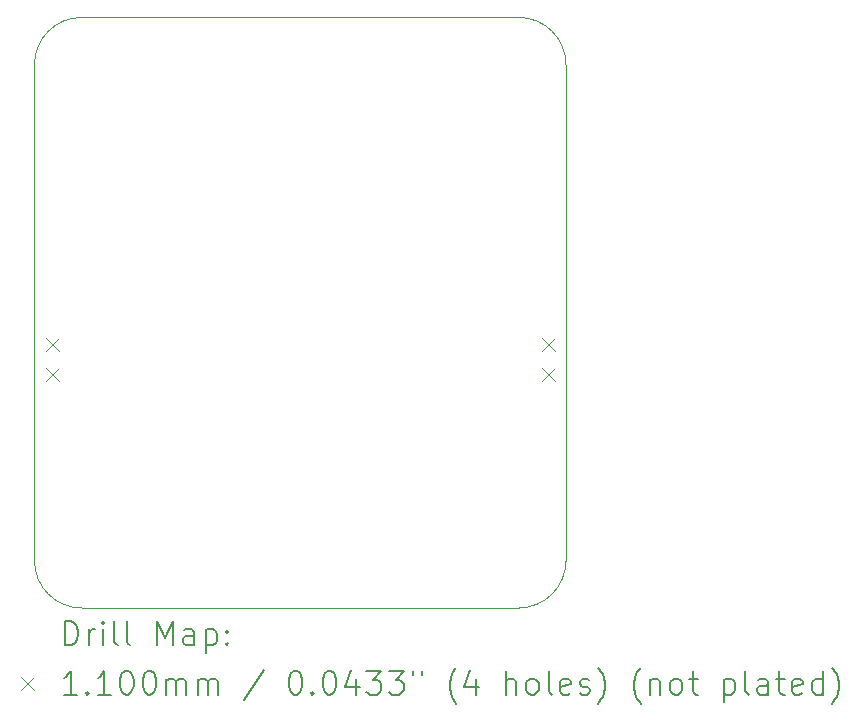
<source format=gbr>
%TF.GenerationSoftware,KiCad,Pcbnew,9.0.4*%
%TF.CreationDate,2026-01-25T08:22:21+01:00*%
%TF.ProjectId,VQFN_Training_Lab,5651464e-5f54-4726-9169-6e696e675f4c,1.0*%
%TF.SameCoordinates,PX7270e00PY7270e00*%
%TF.FileFunction,Drillmap*%
%TF.FilePolarity,Positive*%
%FSLAX45Y45*%
G04 Gerber Fmt 4.5, Leading zero omitted, Abs format (unit mm)*
G04 Created by KiCad (PCBNEW 9.0.4) date 2026-01-25 08:22:21*
%MOMM*%
%LPD*%
G01*
G04 APERTURE LIST*
%ADD10C,0.050000*%
%ADD11C,0.200000*%
%ADD12C,0.110000*%
G04 APERTURE END LIST*
D10*
X0Y400000D02*
X0Y4600000D01*
X4100000Y0D02*
X400000Y0D01*
X0Y4600000D02*
G75*
G02*
X400000Y5000000I400000J0D01*
G01*
X4100000Y5000000D02*
X400000Y5000000D01*
X4500000Y4600000D02*
X4500000Y400000D01*
X400000Y0D02*
G75*
G02*
X0Y400000I0J400000D01*
G01*
X4500000Y400000D02*
G75*
G02*
X4100000Y0I-400000J0D01*
G01*
X4100000Y5000000D02*
G75*
G02*
X4500000Y4600000I0J-400000D01*
G01*
D11*
D12*
X95000Y2288000D02*
X205000Y2178000D01*
X205000Y2288000D02*
X95000Y2178000D01*
X95000Y2034000D02*
X205000Y1924000D01*
X205000Y2034000D02*
X95000Y1924000D01*
X4295000Y2285000D02*
X4405000Y2175000D01*
X4405000Y2285000D02*
X4295000Y2175000D01*
X4295000Y2031000D02*
X4405000Y1921000D01*
X4405000Y2031000D02*
X4295000Y1921000D01*
D11*
X258277Y-313984D02*
X258277Y-113984D01*
X258277Y-113984D02*
X305896Y-113984D01*
X305896Y-113984D02*
X334467Y-123508D01*
X334467Y-123508D02*
X353515Y-142555D01*
X353515Y-142555D02*
X363039Y-161603D01*
X363039Y-161603D02*
X372562Y-199698D01*
X372562Y-199698D02*
X372562Y-228269D01*
X372562Y-228269D02*
X363039Y-266365D01*
X363039Y-266365D02*
X353515Y-285412D01*
X353515Y-285412D02*
X334467Y-304460D01*
X334467Y-304460D02*
X305896Y-313984D01*
X305896Y-313984D02*
X258277Y-313984D01*
X458277Y-313984D02*
X458277Y-180650D01*
X458277Y-218746D02*
X467801Y-199698D01*
X467801Y-199698D02*
X477324Y-190174D01*
X477324Y-190174D02*
X496372Y-180650D01*
X496372Y-180650D02*
X515420Y-180650D01*
X582086Y-313984D02*
X582086Y-180650D01*
X582086Y-113984D02*
X572563Y-123508D01*
X572563Y-123508D02*
X582086Y-133031D01*
X582086Y-133031D02*
X591610Y-123508D01*
X591610Y-123508D02*
X582086Y-113984D01*
X582086Y-113984D02*
X582086Y-133031D01*
X705896Y-313984D02*
X686848Y-304460D01*
X686848Y-304460D02*
X677324Y-285412D01*
X677324Y-285412D02*
X677324Y-113984D01*
X810658Y-313984D02*
X791610Y-304460D01*
X791610Y-304460D02*
X782086Y-285412D01*
X782086Y-285412D02*
X782086Y-113984D01*
X1039229Y-313984D02*
X1039229Y-113984D01*
X1039229Y-113984D02*
X1105896Y-256841D01*
X1105896Y-256841D02*
X1172563Y-113984D01*
X1172563Y-113984D02*
X1172563Y-313984D01*
X1353515Y-313984D02*
X1353515Y-209222D01*
X1353515Y-209222D02*
X1343991Y-190174D01*
X1343991Y-190174D02*
X1324944Y-180650D01*
X1324944Y-180650D02*
X1286848Y-180650D01*
X1286848Y-180650D02*
X1267801Y-190174D01*
X1353515Y-304460D02*
X1334467Y-313984D01*
X1334467Y-313984D02*
X1286848Y-313984D01*
X1286848Y-313984D02*
X1267801Y-304460D01*
X1267801Y-304460D02*
X1258277Y-285412D01*
X1258277Y-285412D02*
X1258277Y-266365D01*
X1258277Y-266365D02*
X1267801Y-247317D01*
X1267801Y-247317D02*
X1286848Y-237793D01*
X1286848Y-237793D02*
X1334467Y-237793D01*
X1334467Y-237793D02*
X1353515Y-228269D01*
X1448753Y-180650D02*
X1448753Y-380650D01*
X1448753Y-190174D02*
X1467801Y-180650D01*
X1467801Y-180650D02*
X1505896Y-180650D01*
X1505896Y-180650D02*
X1524943Y-190174D01*
X1524943Y-190174D02*
X1534467Y-199698D01*
X1534467Y-199698D02*
X1543991Y-218746D01*
X1543991Y-218746D02*
X1543991Y-275889D01*
X1543991Y-275889D02*
X1534467Y-294936D01*
X1534467Y-294936D02*
X1524943Y-304460D01*
X1524943Y-304460D02*
X1505896Y-313984D01*
X1505896Y-313984D02*
X1467801Y-313984D01*
X1467801Y-313984D02*
X1448753Y-304460D01*
X1629705Y-294936D02*
X1639229Y-304460D01*
X1639229Y-304460D02*
X1629705Y-313984D01*
X1629705Y-313984D02*
X1620182Y-304460D01*
X1620182Y-304460D02*
X1629705Y-294936D01*
X1629705Y-294936D02*
X1629705Y-313984D01*
X1629705Y-190174D02*
X1639229Y-199698D01*
X1639229Y-199698D02*
X1629705Y-209222D01*
X1629705Y-209222D02*
X1620182Y-199698D01*
X1620182Y-199698D02*
X1629705Y-190174D01*
X1629705Y-190174D02*
X1629705Y-209222D01*
D12*
X-112500Y-587500D02*
X-2500Y-697500D01*
X-2500Y-587500D02*
X-112500Y-697500D01*
D11*
X363039Y-733984D02*
X248753Y-733984D01*
X305896Y-733984D02*
X305896Y-533984D01*
X305896Y-533984D02*
X286848Y-562555D01*
X286848Y-562555D02*
X267801Y-581603D01*
X267801Y-581603D02*
X248753Y-591127D01*
X448753Y-714936D02*
X458277Y-724460D01*
X458277Y-724460D02*
X448753Y-733984D01*
X448753Y-733984D02*
X439229Y-724460D01*
X439229Y-724460D02*
X448753Y-714936D01*
X448753Y-714936D02*
X448753Y-733984D01*
X648753Y-733984D02*
X534467Y-733984D01*
X591610Y-733984D02*
X591610Y-533984D01*
X591610Y-533984D02*
X572563Y-562555D01*
X572563Y-562555D02*
X553515Y-581603D01*
X553515Y-581603D02*
X534467Y-591127D01*
X772562Y-533984D02*
X791610Y-533984D01*
X791610Y-533984D02*
X810658Y-543508D01*
X810658Y-543508D02*
X820182Y-553031D01*
X820182Y-553031D02*
X829705Y-572079D01*
X829705Y-572079D02*
X839229Y-610174D01*
X839229Y-610174D02*
X839229Y-657793D01*
X839229Y-657793D02*
X829705Y-695889D01*
X829705Y-695889D02*
X820182Y-714936D01*
X820182Y-714936D02*
X810658Y-724460D01*
X810658Y-724460D02*
X791610Y-733984D01*
X791610Y-733984D02*
X772562Y-733984D01*
X772562Y-733984D02*
X753515Y-724460D01*
X753515Y-724460D02*
X743991Y-714936D01*
X743991Y-714936D02*
X734467Y-695889D01*
X734467Y-695889D02*
X724943Y-657793D01*
X724943Y-657793D02*
X724943Y-610174D01*
X724943Y-610174D02*
X734467Y-572079D01*
X734467Y-572079D02*
X743991Y-553031D01*
X743991Y-553031D02*
X753515Y-543508D01*
X753515Y-543508D02*
X772562Y-533984D01*
X963039Y-533984D02*
X982086Y-533984D01*
X982086Y-533984D02*
X1001134Y-543508D01*
X1001134Y-543508D02*
X1010658Y-553031D01*
X1010658Y-553031D02*
X1020182Y-572079D01*
X1020182Y-572079D02*
X1029705Y-610174D01*
X1029705Y-610174D02*
X1029705Y-657793D01*
X1029705Y-657793D02*
X1020182Y-695889D01*
X1020182Y-695889D02*
X1010658Y-714936D01*
X1010658Y-714936D02*
X1001134Y-724460D01*
X1001134Y-724460D02*
X982086Y-733984D01*
X982086Y-733984D02*
X963039Y-733984D01*
X963039Y-733984D02*
X943991Y-724460D01*
X943991Y-724460D02*
X934467Y-714936D01*
X934467Y-714936D02*
X924943Y-695889D01*
X924943Y-695889D02*
X915420Y-657793D01*
X915420Y-657793D02*
X915420Y-610174D01*
X915420Y-610174D02*
X924943Y-572079D01*
X924943Y-572079D02*
X934467Y-553031D01*
X934467Y-553031D02*
X943991Y-543508D01*
X943991Y-543508D02*
X963039Y-533984D01*
X1115420Y-733984D02*
X1115420Y-600650D01*
X1115420Y-619698D02*
X1124944Y-610174D01*
X1124944Y-610174D02*
X1143991Y-600650D01*
X1143991Y-600650D02*
X1172563Y-600650D01*
X1172563Y-600650D02*
X1191610Y-610174D01*
X1191610Y-610174D02*
X1201134Y-629222D01*
X1201134Y-629222D02*
X1201134Y-733984D01*
X1201134Y-629222D02*
X1210658Y-610174D01*
X1210658Y-610174D02*
X1229705Y-600650D01*
X1229705Y-600650D02*
X1258277Y-600650D01*
X1258277Y-600650D02*
X1277325Y-610174D01*
X1277325Y-610174D02*
X1286848Y-629222D01*
X1286848Y-629222D02*
X1286848Y-733984D01*
X1382086Y-733984D02*
X1382086Y-600650D01*
X1382086Y-619698D02*
X1391610Y-610174D01*
X1391610Y-610174D02*
X1410658Y-600650D01*
X1410658Y-600650D02*
X1439229Y-600650D01*
X1439229Y-600650D02*
X1458277Y-610174D01*
X1458277Y-610174D02*
X1467801Y-629222D01*
X1467801Y-629222D02*
X1467801Y-733984D01*
X1467801Y-629222D02*
X1477324Y-610174D01*
X1477324Y-610174D02*
X1496372Y-600650D01*
X1496372Y-600650D02*
X1524943Y-600650D01*
X1524943Y-600650D02*
X1543991Y-610174D01*
X1543991Y-610174D02*
X1553515Y-629222D01*
X1553515Y-629222D02*
X1553515Y-733984D01*
X1943991Y-524460D02*
X1772563Y-781603D01*
X2201134Y-533984D02*
X2220182Y-533984D01*
X2220182Y-533984D02*
X2239229Y-543508D01*
X2239229Y-543508D02*
X2248753Y-553031D01*
X2248753Y-553031D02*
X2258277Y-572079D01*
X2258277Y-572079D02*
X2267801Y-610174D01*
X2267801Y-610174D02*
X2267801Y-657793D01*
X2267801Y-657793D02*
X2258277Y-695889D01*
X2258277Y-695889D02*
X2248753Y-714936D01*
X2248753Y-714936D02*
X2239229Y-724460D01*
X2239229Y-724460D02*
X2220182Y-733984D01*
X2220182Y-733984D02*
X2201134Y-733984D01*
X2201134Y-733984D02*
X2182087Y-724460D01*
X2182087Y-724460D02*
X2172563Y-714936D01*
X2172563Y-714936D02*
X2163039Y-695889D01*
X2163039Y-695889D02*
X2153515Y-657793D01*
X2153515Y-657793D02*
X2153515Y-610174D01*
X2153515Y-610174D02*
X2163039Y-572079D01*
X2163039Y-572079D02*
X2172563Y-553031D01*
X2172563Y-553031D02*
X2182087Y-543508D01*
X2182087Y-543508D02*
X2201134Y-533984D01*
X2353515Y-714936D02*
X2363039Y-724460D01*
X2363039Y-724460D02*
X2353515Y-733984D01*
X2353515Y-733984D02*
X2343991Y-724460D01*
X2343991Y-724460D02*
X2353515Y-714936D01*
X2353515Y-714936D02*
X2353515Y-733984D01*
X2486848Y-533984D02*
X2505896Y-533984D01*
X2505896Y-533984D02*
X2524944Y-543508D01*
X2524944Y-543508D02*
X2534468Y-553031D01*
X2534468Y-553031D02*
X2543991Y-572079D01*
X2543991Y-572079D02*
X2553515Y-610174D01*
X2553515Y-610174D02*
X2553515Y-657793D01*
X2553515Y-657793D02*
X2543991Y-695889D01*
X2543991Y-695889D02*
X2534468Y-714936D01*
X2534468Y-714936D02*
X2524944Y-724460D01*
X2524944Y-724460D02*
X2505896Y-733984D01*
X2505896Y-733984D02*
X2486848Y-733984D01*
X2486848Y-733984D02*
X2467801Y-724460D01*
X2467801Y-724460D02*
X2458277Y-714936D01*
X2458277Y-714936D02*
X2448753Y-695889D01*
X2448753Y-695889D02*
X2439229Y-657793D01*
X2439229Y-657793D02*
X2439229Y-610174D01*
X2439229Y-610174D02*
X2448753Y-572079D01*
X2448753Y-572079D02*
X2458277Y-553031D01*
X2458277Y-553031D02*
X2467801Y-543508D01*
X2467801Y-543508D02*
X2486848Y-533984D01*
X2724944Y-600650D02*
X2724944Y-733984D01*
X2677325Y-524460D02*
X2629706Y-667317D01*
X2629706Y-667317D02*
X2753515Y-667317D01*
X2810658Y-533984D02*
X2934467Y-533984D01*
X2934467Y-533984D02*
X2867801Y-610174D01*
X2867801Y-610174D02*
X2896372Y-610174D01*
X2896372Y-610174D02*
X2915420Y-619698D01*
X2915420Y-619698D02*
X2924944Y-629222D01*
X2924944Y-629222D02*
X2934467Y-648270D01*
X2934467Y-648270D02*
X2934467Y-695889D01*
X2934467Y-695889D02*
X2924944Y-714936D01*
X2924944Y-714936D02*
X2915420Y-724460D01*
X2915420Y-724460D02*
X2896372Y-733984D01*
X2896372Y-733984D02*
X2839229Y-733984D01*
X2839229Y-733984D02*
X2820182Y-724460D01*
X2820182Y-724460D02*
X2810658Y-714936D01*
X3001134Y-533984D02*
X3124944Y-533984D01*
X3124944Y-533984D02*
X3058277Y-610174D01*
X3058277Y-610174D02*
X3086848Y-610174D01*
X3086848Y-610174D02*
X3105896Y-619698D01*
X3105896Y-619698D02*
X3115420Y-629222D01*
X3115420Y-629222D02*
X3124944Y-648270D01*
X3124944Y-648270D02*
X3124944Y-695889D01*
X3124944Y-695889D02*
X3115420Y-714936D01*
X3115420Y-714936D02*
X3105896Y-724460D01*
X3105896Y-724460D02*
X3086848Y-733984D01*
X3086848Y-733984D02*
X3029706Y-733984D01*
X3029706Y-733984D02*
X3010658Y-724460D01*
X3010658Y-724460D02*
X3001134Y-714936D01*
X3201134Y-533984D02*
X3201134Y-572079D01*
X3277325Y-533984D02*
X3277325Y-572079D01*
X3572563Y-810174D02*
X3563039Y-800650D01*
X3563039Y-800650D02*
X3543991Y-772079D01*
X3543991Y-772079D02*
X3534468Y-753031D01*
X3534468Y-753031D02*
X3524944Y-724460D01*
X3524944Y-724460D02*
X3515420Y-676841D01*
X3515420Y-676841D02*
X3515420Y-638746D01*
X3515420Y-638746D02*
X3524944Y-591127D01*
X3524944Y-591127D02*
X3534468Y-562555D01*
X3534468Y-562555D02*
X3543991Y-543508D01*
X3543991Y-543508D02*
X3563039Y-514936D01*
X3563039Y-514936D02*
X3572563Y-505412D01*
X3734468Y-600650D02*
X3734468Y-733984D01*
X3686848Y-524460D02*
X3639229Y-667317D01*
X3639229Y-667317D02*
X3763039Y-667317D01*
X3991610Y-733984D02*
X3991610Y-533984D01*
X4077325Y-733984D02*
X4077325Y-629222D01*
X4077325Y-629222D02*
X4067801Y-610174D01*
X4067801Y-610174D02*
X4048753Y-600650D01*
X4048753Y-600650D02*
X4020182Y-600650D01*
X4020182Y-600650D02*
X4001134Y-610174D01*
X4001134Y-610174D02*
X3991610Y-619698D01*
X4201134Y-733984D02*
X4182087Y-724460D01*
X4182087Y-724460D02*
X4172563Y-714936D01*
X4172563Y-714936D02*
X4163039Y-695889D01*
X4163039Y-695889D02*
X4163039Y-638746D01*
X4163039Y-638746D02*
X4172563Y-619698D01*
X4172563Y-619698D02*
X4182087Y-610174D01*
X4182087Y-610174D02*
X4201134Y-600650D01*
X4201134Y-600650D02*
X4229706Y-600650D01*
X4229706Y-600650D02*
X4248753Y-610174D01*
X4248753Y-610174D02*
X4258277Y-619698D01*
X4258277Y-619698D02*
X4267801Y-638746D01*
X4267801Y-638746D02*
X4267801Y-695889D01*
X4267801Y-695889D02*
X4258277Y-714936D01*
X4258277Y-714936D02*
X4248753Y-724460D01*
X4248753Y-724460D02*
X4229706Y-733984D01*
X4229706Y-733984D02*
X4201134Y-733984D01*
X4382087Y-733984D02*
X4363039Y-724460D01*
X4363039Y-724460D02*
X4353515Y-705412D01*
X4353515Y-705412D02*
X4353515Y-533984D01*
X4534468Y-724460D02*
X4515420Y-733984D01*
X4515420Y-733984D02*
X4477325Y-733984D01*
X4477325Y-733984D02*
X4458277Y-724460D01*
X4458277Y-724460D02*
X4448753Y-705412D01*
X4448753Y-705412D02*
X4448753Y-629222D01*
X4448753Y-629222D02*
X4458277Y-610174D01*
X4458277Y-610174D02*
X4477325Y-600650D01*
X4477325Y-600650D02*
X4515420Y-600650D01*
X4515420Y-600650D02*
X4534468Y-610174D01*
X4534468Y-610174D02*
X4543992Y-629222D01*
X4543992Y-629222D02*
X4543992Y-648270D01*
X4543992Y-648270D02*
X4448753Y-667317D01*
X4620182Y-724460D02*
X4639230Y-733984D01*
X4639230Y-733984D02*
X4677325Y-733984D01*
X4677325Y-733984D02*
X4696373Y-724460D01*
X4696373Y-724460D02*
X4705896Y-705412D01*
X4705896Y-705412D02*
X4705896Y-695889D01*
X4705896Y-695889D02*
X4696373Y-676841D01*
X4696373Y-676841D02*
X4677325Y-667317D01*
X4677325Y-667317D02*
X4648753Y-667317D01*
X4648753Y-667317D02*
X4629706Y-657793D01*
X4629706Y-657793D02*
X4620182Y-638746D01*
X4620182Y-638746D02*
X4620182Y-629222D01*
X4620182Y-629222D02*
X4629706Y-610174D01*
X4629706Y-610174D02*
X4648753Y-600650D01*
X4648753Y-600650D02*
X4677325Y-600650D01*
X4677325Y-600650D02*
X4696373Y-610174D01*
X4772563Y-810174D02*
X4782087Y-800650D01*
X4782087Y-800650D02*
X4801134Y-772079D01*
X4801134Y-772079D02*
X4810658Y-753031D01*
X4810658Y-753031D02*
X4820182Y-724460D01*
X4820182Y-724460D02*
X4829706Y-676841D01*
X4829706Y-676841D02*
X4829706Y-638746D01*
X4829706Y-638746D02*
X4820182Y-591127D01*
X4820182Y-591127D02*
X4810658Y-562555D01*
X4810658Y-562555D02*
X4801134Y-543508D01*
X4801134Y-543508D02*
X4782087Y-514936D01*
X4782087Y-514936D02*
X4772563Y-505412D01*
X5134468Y-810174D02*
X5124944Y-800650D01*
X5124944Y-800650D02*
X5105896Y-772079D01*
X5105896Y-772079D02*
X5096373Y-753031D01*
X5096373Y-753031D02*
X5086849Y-724460D01*
X5086849Y-724460D02*
X5077325Y-676841D01*
X5077325Y-676841D02*
X5077325Y-638746D01*
X5077325Y-638746D02*
X5086849Y-591127D01*
X5086849Y-591127D02*
X5096373Y-562555D01*
X5096373Y-562555D02*
X5105896Y-543508D01*
X5105896Y-543508D02*
X5124944Y-514936D01*
X5124944Y-514936D02*
X5134468Y-505412D01*
X5210658Y-600650D02*
X5210658Y-733984D01*
X5210658Y-619698D02*
X5220182Y-610174D01*
X5220182Y-610174D02*
X5239230Y-600650D01*
X5239230Y-600650D02*
X5267801Y-600650D01*
X5267801Y-600650D02*
X5286849Y-610174D01*
X5286849Y-610174D02*
X5296373Y-629222D01*
X5296373Y-629222D02*
X5296373Y-733984D01*
X5420182Y-733984D02*
X5401134Y-724460D01*
X5401134Y-724460D02*
X5391611Y-714936D01*
X5391611Y-714936D02*
X5382087Y-695889D01*
X5382087Y-695889D02*
X5382087Y-638746D01*
X5382087Y-638746D02*
X5391611Y-619698D01*
X5391611Y-619698D02*
X5401134Y-610174D01*
X5401134Y-610174D02*
X5420182Y-600650D01*
X5420182Y-600650D02*
X5448754Y-600650D01*
X5448754Y-600650D02*
X5467801Y-610174D01*
X5467801Y-610174D02*
X5477325Y-619698D01*
X5477325Y-619698D02*
X5486849Y-638746D01*
X5486849Y-638746D02*
X5486849Y-695889D01*
X5486849Y-695889D02*
X5477325Y-714936D01*
X5477325Y-714936D02*
X5467801Y-724460D01*
X5467801Y-724460D02*
X5448754Y-733984D01*
X5448754Y-733984D02*
X5420182Y-733984D01*
X5543992Y-600650D02*
X5620182Y-600650D01*
X5572563Y-533984D02*
X5572563Y-705412D01*
X5572563Y-705412D02*
X5582087Y-724460D01*
X5582087Y-724460D02*
X5601134Y-733984D01*
X5601134Y-733984D02*
X5620182Y-733984D01*
X5839230Y-600650D02*
X5839230Y-800650D01*
X5839230Y-610174D02*
X5858277Y-600650D01*
X5858277Y-600650D02*
X5896373Y-600650D01*
X5896373Y-600650D02*
X5915420Y-610174D01*
X5915420Y-610174D02*
X5924944Y-619698D01*
X5924944Y-619698D02*
X5934468Y-638746D01*
X5934468Y-638746D02*
X5934468Y-695889D01*
X5934468Y-695889D02*
X5924944Y-714936D01*
X5924944Y-714936D02*
X5915420Y-724460D01*
X5915420Y-724460D02*
X5896373Y-733984D01*
X5896373Y-733984D02*
X5858277Y-733984D01*
X5858277Y-733984D02*
X5839230Y-724460D01*
X6048753Y-733984D02*
X6029706Y-724460D01*
X6029706Y-724460D02*
X6020182Y-705412D01*
X6020182Y-705412D02*
X6020182Y-533984D01*
X6210658Y-733984D02*
X6210658Y-629222D01*
X6210658Y-629222D02*
X6201134Y-610174D01*
X6201134Y-610174D02*
X6182087Y-600650D01*
X6182087Y-600650D02*
X6143992Y-600650D01*
X6143992Y-600650D02*
X6124944Y-610174D01*
X6210658Y-724460D02*
X6191611Y-733984D01*
X6191611Y-733984D02*
X6143992Y-733984D01*
X6143992Y-733984D02*
X6124944Y-724460D01*
X6124944Y-724460D02*
X6115420Y-705412D01*
X6115420Y-705412D02*
X6115420Y-686365D01*
X6115420Y-686365D02*
X6124944Y-667317D01*
X6124944Y-667317D02*
X6143992Y-657793D01*
X6143992Y-657793D02*
X6191611Y-657793D01*
X6191611Y-657793D02*
X6210658Y-648270D01*
X6277325Y-600650D02*
X6353515Y-600650D01*
X6305896Y-533984D02*
X6305896Y-705412D01*
X6305896Y-705412D02*
X6315420Y-724460D01*
X6315420Y-724460D02*
X6334468Y-733984D01*
X6334468Y-733984D02*
X6353515Y-733984D01*
X6496373Y-724460D02*
X6477325Y-733984D01*
X6477325Y-733984D02*
X6439230Y-733984D01*
X6439230Y-733984D02*
X6420182Y-724460D01*
X6420182Y-724460D02*
X6410658Y-705412D01*
X6410658Y-705412D02*
X6410658Y-629222D01*
X6410658Y-629222D02*
X6420182Y-610174D01*
X6420182Y-610174D02*
X6439230Y-600650D01*
X6439230Y-600650D02*
X6477325Y-600650D01*
X6477325Y-600650D02*
X6496373Y-610174D01*
X6496373Y-610174D02*
X6505896Y-629222D01*
X6505896Y-629222D02*
X6505896Y-648270D01*
X6505896Y-648270D02*
X6410658Y-667317D01*
X6677325Y-733984D02*
X6677325Y-533984D01*
X6677325Y-724460D02*
X6658277Y-733984D01*
X6658277Y-733984D02*
X6620182Y-733984D01*
X6620182Y-733984D02*
X6601134Y-724460D01*
X6601134Y-724460D02*
X6591611Y-714936D01*
X6591611Y-714936D02*
X6582087Y-695889D01*
X6582087Y-695889D02*
X6582087Y-638746D01*
X6582087Y-638746D02*
X6591611Y-619698D01*
X6591611Y-619698D02*
X6601134Y-610174D01*
X6601134Y-610174D02*
X6620182Y-600650D01*
X6620182Y-600650D02*
X6658277Y-600650D01*
X6658277Y-600650D02*
X6677325Y-610174D01*
X6753515Y-810174D02*
X6763039Y-800650D01*
X6763039Y-800650D02*
X6782087Y-772079D01*
X6782087Y-772079D02*
X6791611Y-753031D01*
X6791611Y-753031D02*
X6801134Y-724460D01*
X6801134Y-724460D02*
X6810658Y-676841D01*
X6810658Y-676841D02*
X6810658Y-638746D01*
X6810658Y-638746D02*
X6801134Y-591127D01*
X6801134Y-591127D02*
X6791611Y-562555D01*
X6791611Y-562555D02*
X6782087Y-543508D01*
X6782087Y-543508D02*
X6763039Y-514936D01*
X6763039Y-514936D02*
X6753515Y-505412D01*
M02*

</source>
